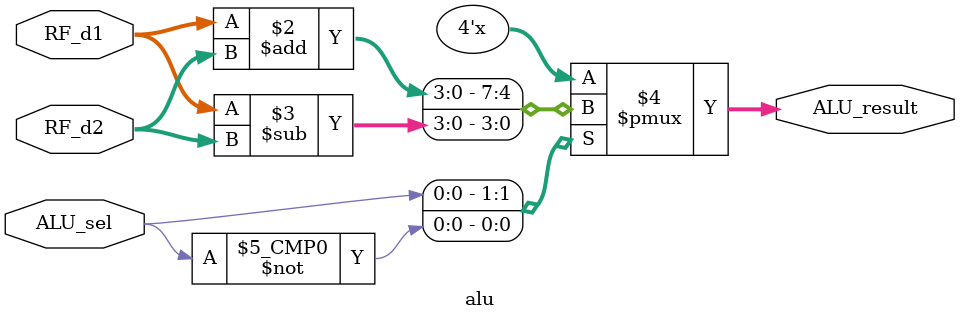
<source format=sv>
`timescale 1ns / 1ps


module alu( input logic[3:0] RF_d1, RF_d2,
            input logic ALU_sel,
            output logic[3:0] ALU_result);
            
            always_comb
                case(ALU_sel)
                
                    1'b1: ALU_result <= RF_d1 + RF_d2;
                    1'b0: ALU_result <= RF_d1 - RF_d2; 
            endcase
endmodule

</source>
